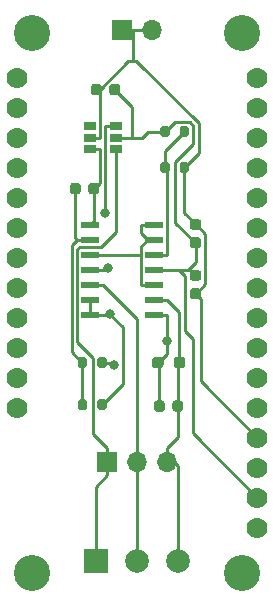
<source format=gbr>
G04 #@! TF.GenerationSoftware,KiCad,Pcbnew,5.1.7-a382d34a8~87~ubuntu18.04.1*
G04 #@! TF.CreationDate,2021-10-03T15:00:22-07:00*
G04 #@! TF.ProjectId,potentiostat_featherwing,706f7465-6e74-4696-9f73-7461745f6665,rev?*
G04 #@! TF.SameCoordinates,Original*
G04 #@! TF.FileFunction,Copper,L1,Top*
G04 #@! TF.FilePolarity,Positive*
%FSLAX46Y46*%
G04 Gerber Fmt 4.6, Leading zero omitted, Abs format (unit mm)*
G04 Created by KiCad (PCBNEW 5.1.7-a382d34a8~87~ubuntu18.04.1) date 2021-10-03 15:00:22*
%MOMM*%
%LPD*%
G01*
G04 APERTURE LIST*
G04 #@! TA.AperFunction,ComponentPad*
%ADD10C,1.778000*%
G04 #@! TD*
G04 #@! TA.AperFunction,ComponentPad*
%ADD11C,3.048000*%
G04 #@! TD*
G04 #@! TA.AperFunction,WasherPad*
%ADD12C,3.048000*%
G04 #@! TD*
G04 #@! TA.AperFunction,ComponentPad*
%ADD13C,2.000000*%
G04 #@! TD*
G04 #@! TA.AperFunction,ComponentPad*
%ADD14R,2.000000X2.000000*%
G04 #@! TD*
G04 #@! TA.AperFunction,ComponentPad*
%ADD15R,1.700000X1.700000*%
G04 #@! TD*
G04 #@! TA.AperFunction,ComponentPad*
%ADD16O,1.700000X1.700000*%
G04 #@! TD*
G04 #@! TA.AperFunction,SMDPad,CuDef*
%ADD17R,1.500000X0.600000*%
G04 #@! TD*
G04 #@! TA.AperFunction,SMDPad,CuDef*
%ADD18R,1.060000X0.650000*%
G04 #@! TD*
G04 #@! TA.AperFunction,ViaPad*
%ADD19C,0.800000*%
G04 #@! TD*
G04 #@! TA.AperFunction,Conductor*
%ADD20C,0.250000*%
G04 #@! TD*
G04 APERTURE END LIST*
D10*
X60960000Y-31750000D03*
X60960000Y-34290000D03*
X60960000Y-36830000D03*
X60960000Y-39370000D03*
X60960000Y-41910000D03*
X60960000Y-44450000D03*
X60960000Y-46990000D03*
X60960000Y-49530000D03*
X60960000Y-52070000D03*
X60960000Y-54610000D03*
X60960000Y-57150000D03*
X60960000Y-59690000D03*
X60960000Y-62230000D03*
X60960000Y-64770000D03*
X60960000Y-67310000D03*
X60960000Y-69850000D03*
X40640000Y-59690000D03*
X40640000Y-57150000D03*
X40640000Y-54610000D03*
X40640000Y-52070000D03*
X40640000Y-49530000D03*
X40640000Y-46990000D03*
X40640000Y-44450000D03*
X40640000Y-41910000D03*
X40640000Y-39370000D03*
X40640000Y-36830000D03*
X40640000Y-34290000D03*
X40640000Y-31750000D03*
D11*
X41910000Y-73660000D03*
X59690000Y-73660000D03*
D12*
X59690000Y-27940000D03*
X41910000Y-27940000D03*
D13*
X50800000Y-72644000D03*
D14*
X47299880Y-72644000D03*
D13*
X54300120Y-72644000D03*
D15*
X48260000Y-64262000D03*
D16*
X50800000Y-64262000D03*
X53340000Y-64262000D03*
D15*
X49530000Y-27686000D03*
D16*
X52070000Y-27686000D03*
D17*
X46830000Y-51816000D03*
X46830000Y-50546000D03*
X46830000Y-49276000D03*
X46830000Y-48006000D03*
X46830000Y-46736000D03*
X46830000Y-45466000D03*
X46830000Y-44196000D03*
X52230000Y-44196000D03*
X52230000Y-45466000D03*
X52230000Y-46736000D03*
X52230000Y-48006000D03*
X52230000Y-49276000D03*
X52230000Y-50546000D03*
X52230000Y-51816000D03*
G04 #@! TA.AperFunction,SMDPad,CuDef*
G36*
G01*
X55503000Y-48051000D02*
X56003000Y-48051000D01*
G75*
G02*
X56228000Y-48276000I0J-225000D01*
G01*
X56228000Y-48726000D01*
G75*
G02*
X56003000Y-48951000I-225000J0D01*
G01*
X55503000Y-48951000D01*
G75*
G02*
X55278000Y-48726000I0J225000D01*
G01*
X55278000Y-48276000D01*
G75*
G02*
X55503000Y-48051000I225000J0D01*
G01*
G37*
G04 #@! TD.AperFunction*
G04 #@! TA.AperFunction,SMDPad,CuDef*
G36*
G01*
X55503000Y-49601000D02*
X56003000Y-49601000D01*
G75*
G02*
X56228000Y-49826000I0J-225000D01*
G01*
X56228000Y-50276000D01*
G75*
G02*
X56003000Y-50501000I-225000J0D01*
G01*
X55503000Y-50501000D01*
G75*
G02*
X55278000Y-50276000I0J225000D01*
G01*
X55278000Y-49826000D01*
G75*
G02*
X55503000Y-49601000I225000J0D01*
G01*
G37*
G04 #@! TD.AperFunction*
G04 #@! TA.AperFunction,SMDPad,CuDef*
G36*
G01*
X56003000Y-44633000D02*
X55503000Y-44633000D01*
G75*
G02*
X55278000Y-44408000I0J225000D01*
G01*
X55278000Y-43958000D01*
G75*
G02*
X55503000Y-43733000I225000J0D01*
G01*
X56003000Y-43733000D01*
G75*
G02*
X56228000Y-43958000I0J-225000D01*
G01*
X56228000Y-44408000D01*
G75*
G02*
X56003000Y-44633000I-225000J0D01*
G01*
G37*
G04 #@! TD.AperFunction*
G04 #@! TA.AperFunction,SMDPad,CuDef*
G36*
G01*
X56003000Y-46183000D02*
X55503000Y-46183000D01*
G75*
G02*
X55278000Y-45958000I0J225000D01*
G01*
X55278000Y-45508000D01*
G75*
G02*
X55503000Y-45283000I225000J0D01*
G01*
X56003000Y-45283000D01*
G75*
G02*
X56228000Y-45508000I0J-225000D01*
G01*
X56228000Y-45958000D01*
G75*
G02*
X56003000Y-46183000I-225000J0D01*
G01*
G37*
G04 #@! TD.AperFunction*
G04 #@! TA.AperFunction,SMDPad,CuDef*
G36*
G01*
X53142000Y-59313000D02*
X53142000Y-59813000D01*
G75*
G02*
X52917000Y-60038000I-225000J0D01*
G01*
X52467000Y-60038000D01*
G75*
G02*
X52242000Y-59813000I0J225000D01*
G01*
X52242000Y-59313000D01*
G75*
G02*
X52467000Y-59088000I225000J0D01*
G01*
X52917000Y-59088000D01*
G75*
G02*
X53142000Y-59313000I0J-225000D01*
G01*
G37*
G04 #@! TD.AperFunction*
G04 #@! TA.AperFunction,SMDPad,CuDef*
G36*
G01*
X54692000Y-59313000D02*
X54692000Y-59813000D01*
G75*
G02*
X54467000Y-60038000I-225000J0D01*
G01*
X54017000Y-60038000D01*
G75*
G02*
X53792000Y-59813000I0J225000D01*
G01*
X53792000Y-59313000D01*
G75*
G02*
X54017000Y-59088000I225000J0D01*
G01*
X54467000Y-59088000D01*
G75*
G02*
X54692000Y-59313000I0J-225000D01*
G01*
G37*
G04 #@! TD.AperFunction*
G04 #@! TA.AperFunction,SMDPad,CuDef*
G36*
G01*
X49358000Y-32516000D02*
X49358000Y-33016000D01*
G75*
G02*
X49133000Y-33241000I-225000J0D01*
G01*
X48683000Y-33241000D01*
G75*
G02*
X48458000Y-33016000I0J225000D01*
G01*
X48458000Y-32516000D01*
G75*
G02*
X48683000Y-32291000I225000J0D01*
G01*
X49133000Y-32291000D01*
G75*
G02*
X49358000Y-32516000I0J-225000D01*
G01*
G37*
G04 #@! TD.AperFunction*
G04 #@! TA.AperFunction,SMDPad,CuDef*
G36*
G01*
X47808000Y-32516000D02*
X47808000Y-33016000D01*
G75*
G02*
X47583000Y-33241000I-225000J0D01*
G01*
X47133000Y-33241000D01*
G75*
G02*
X46908000Y-33016000I0J225000D01*
G01*
X46908000Y-32516000D01*
G75*
G02*
X47133000Y-32291000I225000J0D01*
G01*
X47583000Y-32291000D01*
G75*
G02*
X47808000Y-32516000I0J-225000D01*
G01*
G37*
G04 #@! TD.AperFunction*
G04 #@! TA.AperFunction,SMDPad,CuDef*
G36*
G01*
X47580000Y-40898000D02*
X47580000Y-41398000D01*
G75*
G02*
X47355000Y-41623000I-225000J0D01*
G01*
X46905000Y-41623000D01*
G75*
G02*
X46680000Y-41398000I0J225000D01*
G01*
X46680000Y-40898000D01*
G75*
G02*
X46905000Y-40673000I225000J0D01*
G01*
X47355000Y-40673000D01*
G75*
G02*
X47580000Y-40898000I0J-225000D01*
G01*
G37*
G04 #@! TD.AperFunction*
G04 #@! TA.AperFunction,SMDPad,CuDef*
G36*
G01*
X46030000Y-40898000D02*
X46030000Y-41398000D01*
G75*
G02*
X45805000Y-41623000I-225000J0D01*
G01*
X45355000Y-41623000D01*
G75*
G02*
X45130000Y-41398000I0J225000D01*
G01*
X45130000Y-40898000D01*
G75*
G02*
X45355000Y-40673000I225000J0D01*
G01*
X45805000Y-40673000D01*
G75*
G02*
X46030000Y-40898000I0J-225000D01*
G01*
G37*
G04 #@! TD.AperFunction*
G04 #@! TA.AperFunction,SMDPad,CuDef*
G36*
G01*
X45765000Y-56155000D02*
X45765000Y-55605000D01*
G75*
G02*
X45965000Y-55405000I200000J0D01*
G01*
X46365000Y-55405000D01*
G75*
G02*
X46565000Y-55605000I0J-200000D01*
G01*
X46565000Y-56155000D01*
G75*
G02*
X46365000Y-56355000I-200000J0D01*
G01*
X45965000Y-56355000D01*
G75*
G02*
X45765000Y-56155000I0J200000D01*
G01*
G37*
G04 #@! TD.AperFunction*
G04 #@! TA.AperFunction,SMDPad,CuDef*
G36*
G01*
X47415000Y-56155000D02*
X47415000Y-55605000D01*
G75*
G02*
X47615000Y-55405000I200000J0D01*
G01*
X48015000Y-55405000D01*
G75*
G02*
X48215000Y-55605000I0J-200000D01*
G01*
X48215000Y-56155000D01*
G75*
G02*
X48015000Y-56355000I-200000J0D01*
G01*
X47615000Y-56355000D01*
G75*
G02*
X47415000Y-56155000I0J200000D01*
G01*
G37*
G04 #@! TD.AperFunction*
G04 #@! TA.AperFunction,SMDPad,CuDef*
G36*
G01*
X46579000Y-59161000D02*
X46579000Y-59711000D01*
G75*
G02*
X46379000Y-59911000I-200000J0D01*
G01*
X45979000Y-59911000D01*
G75*
G02*
X45779000Y-59711000I0J200000D01*
G01*
X45779000Y-59161000D01*
G75*
G02*
X45979000Y-58961000I200000J0D01*
G01*
X46379000Y-58961000D01*
G75*
G02*
X46579000Y-59161000I0J-200000D01*
G01*
G37*
G04 #@! TD.AperFunction*
G04 #@! TA.AperFunction,SMDPad,CuDef*
G36*
G01*
X48229000Y-59161000D02*
X48229000Y-59711000D01*
G75*
G02*
X48029000Y-59911000I-200000J0D01*
G01*
X47629000Y-59911000D01*
G75*
G02*
X47429000Y-59711000I0J200000D01*
G01*
X47429000Y-59161000D01*
G75*
G02*
X47629000Y-58961000I200000J0D01*
G01*
X48029000Y-58961000D01*
G75*
G02*
X48229000Y-59161000I0J-200000D01*
G01*
G37*
G04 #@! TD.AperFunction*
G04 #@! TA.AperFunction,SMDPad,CuDef*
G36*
G01*
X54867000Y-55642500D02*
X54867000Y-56117500D01*
G75*
G02*
X54629500Y-56355000I-237500J0D01*
G01*
X54129500Y-56355000D01*
G75*
G02*
X53892000Y-56117500I0J237500D01*
G01*
X53892000Y-55642500D01*
G75*
G02*
X54129500Y-55405000I237500J0D01*
G01*
X54629500Y-55405000D01*
G75*
G02*
X54867000Y-55642500I0J-237500D01*
G01*
G37*
G04 #@! TD.AperFunction*
G04 #@! TA.AperFunction,SMDPad,CuDef*
G36*
G01*
X53042000Y-55642500D02*
X53042000Y-56117500D01*
G75*
G02*
X52804500Y-56355000I-237500J0D01*
G01*
X52304500Y-56355000D01*
G75*
G02*
X52067000Y-56117500I0J237500D01*
G01*
X52067000Y-55642500D01*
G75*
G02*
X52304500Y-55405000I237500J0D01*
G01*
X52804500Y-55405000D01*
G75*
G02*
X53042000Y-55642500I0J-237500D01*
G01*
G37*
G04 #@! TD.AperFunction*
G04 #@! TA.AperFunction,SMDPad,CuDef*
G36*
G01*
X54400000Y-36597000D02*
X54400000Y-36047000D01*
G75*
G02*
X54600000Y-35847000I200000J0D01*
G01*
X55000000Y-35847000D01*
G75*
G02*
X55200000Y-36047000I0J-200000D01*
G01*
X55200000Y-36597000D01*
G75*
G02*
X55000000Y-36797000I-200000J0D01*
G01*
X54600000Y-36797000D01*
G75*
G02*
X54400000Y-36597000I0J200000D01*
G01*
G37*
G04 #@! TD.AperFunction*
G04 #@! TA.AperFunction,SMDPad,CuDef*
G36*
G01*
X52750000Y-36597000D02*
X52750000Y-36047000D01*
G75*
G02*
X52950000Y-35847000I200000J0D01*
G01*
X53350000Y-35847000D01*
G75*
G02*
X53550000Y-36047000I0J-200000D01*
G01*
X53550000Y-36597000D01*
G75*
G02*
X53350000Y-36797000I-200000J0D01*
G01*
X52950000Y-36797000D01*
G75*
G02*
X52750000Y-36597000I0J200000D01*
G01*
G37*
G04 #@! TD.AperFunction*
G04 #@! TA.AperFunction,SMDPad,CuDef*
G36*
G01*
X52750000Y-39645000D02*
X52750000Y-39095000D01*
G75*
G02*
X52950000Y-38895000I200000J0D01*
G01*
X53350000Y-38895000D01*
G75*
G02*
X53550000Y-39095000I0J-200000D01*
G01*
X53550000Y-39645000D01*
G75*
G02*
X53350000Y-39845000I-200000J0D01*
G01*
X52950000Y-39845000D01*
G75*
G02*
X52750000Y-39645000I0J200000D01*
G01*
G37*
G04 #@! TD.AperFunction*
G04 #@! TA.AperFunction,SMDPad,CuDef*
G36*
G01*
X54400000Y-39645000D02*
X54400000Y-39095000D01*
G75*
G02*
X54600000Y-38895000I200000J0D01*
G01*
X55000000Y-38895000D01*
G75*
G02*
X55200000Y-39095000I0J-200000D01*
G01*
X55200000Y-39645000D01*
G75*
G02*
X55000000Y-39845000I-200000J0D01*
G01*
X54600000Y-39845000D01*
G75*
G02*
X54400000Y-39645000I0J200000D01*
G01*
G37*
G04 #@! TD.AperFunction*
D18*
X46779000Y-35880000D03*
X46779000Y-36830000D03*
X46779000Y-37780000D03*
X48979000Y-37780000D03*
X48979000Y-35880000D03*
X48979000Y-36830000D03*
D19*
X48330700Y-47849600D03*
X53305300Y-54082700D03*
X48835700Y-56103700D03*
X48513300Y-51803700D03*
X48123700Y-43237900D03*
D20*
X54800000Y-39370000D02*
X56021800Y-38148200D01*
X56021800Y-38148200D02*
X56021800Y-35624600D01*
X56021800Y-35624600D02*
X50721300Y-30324100D01*
X50721300Y-30324100D02*
X50482500Y-30324100D01*
X48330700Y-47849600D02*
X48061700Y-47849600D01*
X48061700Y-47849600D02*
X47905300Y-48006000D01*
X55753000Y-44183000D02*
X56568400Y-44998400D01*
X56568400Y-44998400D02*
X56568400Y-49235600D01*
X56568400Y-49235600D02*
X55753000Y-50051000D01*
X54800000Y-39370000D02*
X54800000Y-43230000D01*
X54800000Y-43230000D02*
X55753000Y-44183000D01*
X46830000Y-48006000D02*
X47905300Y-48006000D01*
X60960000Y-62230000D02*
X56203300Y-57473300D01*
X56203300Y-57473300D02*
X56203300Y-50501300D01*
X56203300Y-50501300D02*
X55753000Y-50051000D01*
X50482500Y-30324100D02*
X50076200Y-30324100D01*
X50076200Y-30324100D02*
X47634300Y-32766000D01*
X50482500Y-27686000D02*
X50482500Y-30324100D01*
X47634300Y-32766000D02*
X47358000Y-32766000D01*
X47634300Y-32766000D02*
X47634300Y-36830000D01*
X46779000Y-36830000D02*
X47634300Y-36830000D01*
X50482500Y-27686000D02*
X52070000Y-27686000D01*
X49530000Y-27686000D02*
X50482500Y-27686000D01*
X55753000Y-45733000D02*
X54047200Y-44027200D01*
X54047200Y-44027200D02*
X54047200Y-38902700D01*
X54047200Y-38902700D02*
X55571500Y-37378400D01*
X55571500Y-37378400D02*
X55571500Y-35811200D01*
X55571500Y-35811200D02*
X55254000Y-35493700D01*
X55254000Y-35493700D02*
X53978300Y-35493700D01*
X53978300Y-35493700D02*
X53150000Y-36322000D01*
X55753000Y-45733000D02*
X55753000Y-47371000D01*
X55753000Y-47371000D02*
X55118000Y-48006000D01*
X54324200Y-48006000D02*
X54829900Y-48511700D01*
X54829900Y-48511700D02*
X54829900Y-53225100D01*
X54829900Y-53225100D02*
X55527900Y-53923100D01*
X55527900Y-53923100D02*
X55527900Y-61877900D01*
X55527900Y-61877900D02*
X60960000Y-67310000D01*
X54324200Y-48006000D02*
X55118000Y-48006000D01*
X52230000Y-48006000D02*
X54324200Y-48006000D01*
X55118000Y-48006000D02*
X55258000Y-48006000D01*
X55258000Y-48006000D02*
X55753000Y-48501000D01*
X50395100Y-36830000D02*
X51181000Y-36830000D01*
X51181000Y-36830000D02*
X51689000Y-36322000D01*
X51689000Y-36322000D02*
X53150000Y-36322000D01*
X50395100Y-36830000D02*
X50395100Y-34253100D01*
X50395100Y-34253100D02*
X48908000Y-32766000D01*
X48979000Y-36830000D02*
X50395100Y-36830000D01*
X45754700Y-45466000D02*
X45304400Y-45916300D01*
X45304400Y-45916300D02*
X45304400Y-55019400D01*
X45304400Y-55019400D02*
X46165000Y-55880000D01*
X45580000Y-41148000D02*
X45580000Y-45291300D01*
X45580000Y-45291300D02*
X45754700Y-45466000D01*
X46179000Y-59436000D02*
X46165000Y-59422000D01*
X46165000Y-59422000D02*
X46165000Y-55880000D01*
X46830000Y-45466000D02*
X45754700Y-45466000D01*
X48260000Y-64262000D02*
X48260000Y-63086700D01*
X48979000Y-37780000D02*
X48979000Y-44827100D01*
X48979000Y-44827100D02*
X47714700Y-46091400D01*
X47714700Y-46091400D02*
X45945200Y-46091400D01*
X45945200Y-46091400D02*
X45754700Y-46281900D01*
X45754700Y-46281900D02*
X45754700Y-54167600D01*
X45754700Y-54167600D02*
X47084700Y-55497600D01*
X47084700Y-55497600D02*
X47084700Y-61911400D01*
X47084700Y-61911400D02*
X48260000Y-63086700D01*
X48260000Y-64849600D02*
X48260000Y-64262000D01*
X48260000Y-64849600D02*
X48260000Y-65437300D01*
X48260000Y-65437300D02*
X47299900Y-66397400D01*
X47299900Y-66397400D02*
X47299900Y-72644000D01*
X53340000Y-63674300D02*
X54300100Y-64634400D01*
X54300100Y-64634400D02*
X54300100Y-72644000D01*
X53340000Y-63674300D02*
X53340000Y-63086700D01*
X53340000Y-64262000D02*
X53340000Y-63674300D01*
X54242000Y-59563000D02*
X54242000Y-62184700D01*
X54242000Y-62184700D02*
X53340000Y-63086700D01*
X54379500Y-55880000D02*
X54242000Y-56017500D01*
X54242000Y-56017500D02*
X54242000Y-59563000D01*
X52230000Y-50546000D02*
X53305300Y-50546000D01*
X53305300Y-50546000D02*
X54379500Y-51620200D01*
X54379500Y-51620200D02*
X54379500Y-55880000D01*
X53305300Y-54082700D02*
X53305300Y-51816000D01*
X52554500Y-55880000D02*
X53305300Y-55129200D01*
X53305300Y-55129200D02*
X53305300Y-54082700D01*
X52554500Y-55880000D02*
X52692000Y-56017500D01*
X52692000Y-56017500D02*
X52692000Y-59563000D01*
X52230000Y-51816000D02*
X53305300Y-51816000D01*
X47815000Y-55880000D02*
X48612000Y-55880000D01*
X48612000Y-55880000D02*
X48835700Y-56103700D01*
X47829000Y-59436000D02*
X49580500Y-57684500D01*
X49580500Y-57684500D02*
X49580500Y-52883200D01*
X49580500Y-52883200D02*
X48513300Y-51816000D01*
X48513300Y-51816000D02*
X48513300Y-51803700D01*
X47792700Y-51816000D02*
X48513300Y-51816000D01*
X46830000Y-51816000D02*
X47792700Y-51816000D01*
X46830000Y-50546000D02*
X46830000Y-51816000D01*
X51154700Y-46736000D02*
X51154700Y-46003700D01*
X51154700Y-46003700D02*
X51692400Y-45466000D01*
X51154700Y-49276000D02*
X51154700Y-46736000D01*
X51154700Y-46736000D02*
X47905300Y-46736000D01*
X46830000Y-46736000D02*
X47905300Y-46736000D01*
X52230000Y-49276000D02*
X51154700Y-49276000D01*
X51692400Y-45466000D02*
X51154700Y-44928300D01*
X51154700Y-44928300D02*
X51154700Y-44196000D01*
X52230000Y-44196000D02*
X51154700Y-44196000D01*
X52230000Y-45466000D02*
X51692400Y-45466000D01*
X50800000Y-63086700D02*
X50800000Y-52170700D01*
X50800000Y-52170700D02*
X47905300Y-49276000D01*
X50800000Y-64262000D02*
X50800000Y-72644000D01*
X50800000Y-63674300D02*
X50800000Y-64262000D01*
X50800000Y-63674300D02*
X50800000Y-63086700D01*
X46830000Y-49276000D02*
X47905300Y-49276000D01*
X47130000Y-41148000D02*
X47130000Y-43896000D01*
X47130000Y-43896000D02*
X46830000Y-44196000D01*
X47634300Y-37780000D02*
X47634300Y-40643700D01*
X47634300Y-40643700D02*
X47130000Y-41148000D01*
X46779000Y-37780000D02*
X47634300Y-37780000D01*
X48123700Y-35880000D02*
X48123700Y-43237900D01*
X48979000Y-35880000D02*
X48123700Y-35880000D01*
X52230000Y-46736000D02*
X53305300Y-46736000D01*
X53150000Y-39370000D02*
X53305300Y-39525300D01*
X53305300Y-39525300D02*
X53305300Y-46736000D01*
X54800000Y-36322000D02*
X53150000Y-37972000D01*
X53150000Y-37972000D02*
X53150000Y-39370000D01*
M02*

</source>
